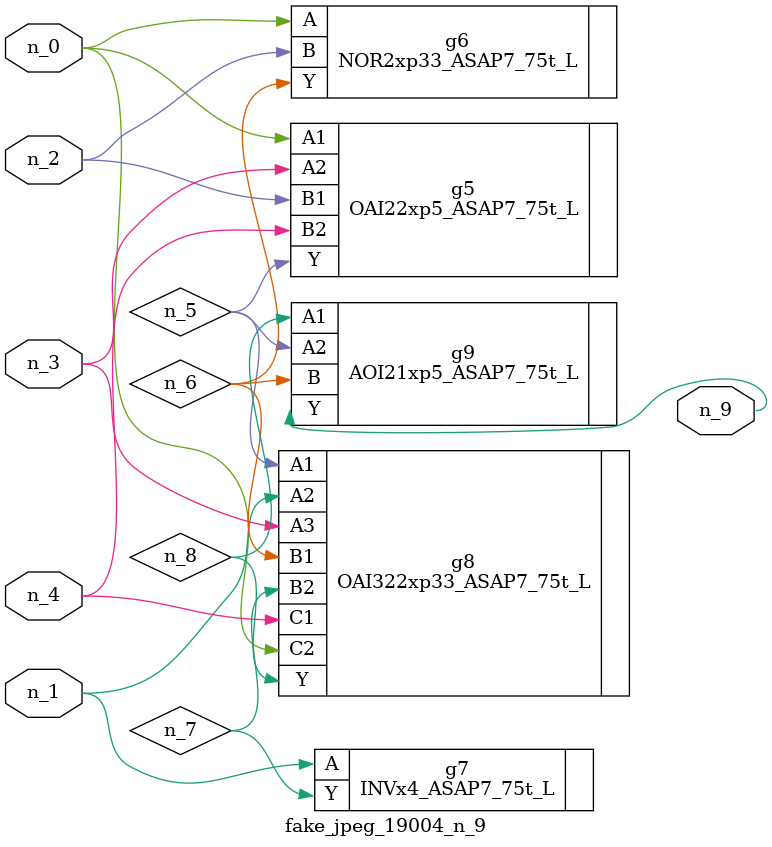
<source format=v>
module fake_jpeg_19004_n_9 (n_3, n_2, n_1, n_0, n_4, n_9);

input n_3;
input n_2;
input n_1;
input n_0;
input n_4;

output n_9;

wire n_8;
wire n_6;
wire n_5;
wire n_7;

OAI22xp5_ASAP7_75t_L g5 ( 
.A1(n_0),
.A2(n_3),
.B1(n_2),
.B2(n_4),
.Y(n_5)
);

NOR2xp33_ASAP7_75t_L g6 ( 
.A(n_0),
.B(n_2),
.Y(n_6)
);

INVx4_ASAP7_75t_L g7 ( 
.A(n_1),
.Y(n_7)
);

OAI322xp33_ASAP7_75t_L g8 ( 
.A1(n_5),
.A2(n_1),
.A3(n_3),
.B1(n_6),
.B2(n_7),
.C1(n_4),
.C2(n_0),
.Y(n_8)
);

AOI21xp5_ASAP7_75t_L g9 ( 
.A1(n_8),
.A2(n_5),
.B(n_6),
.Y(n_9)
);


endmodule
</source>
